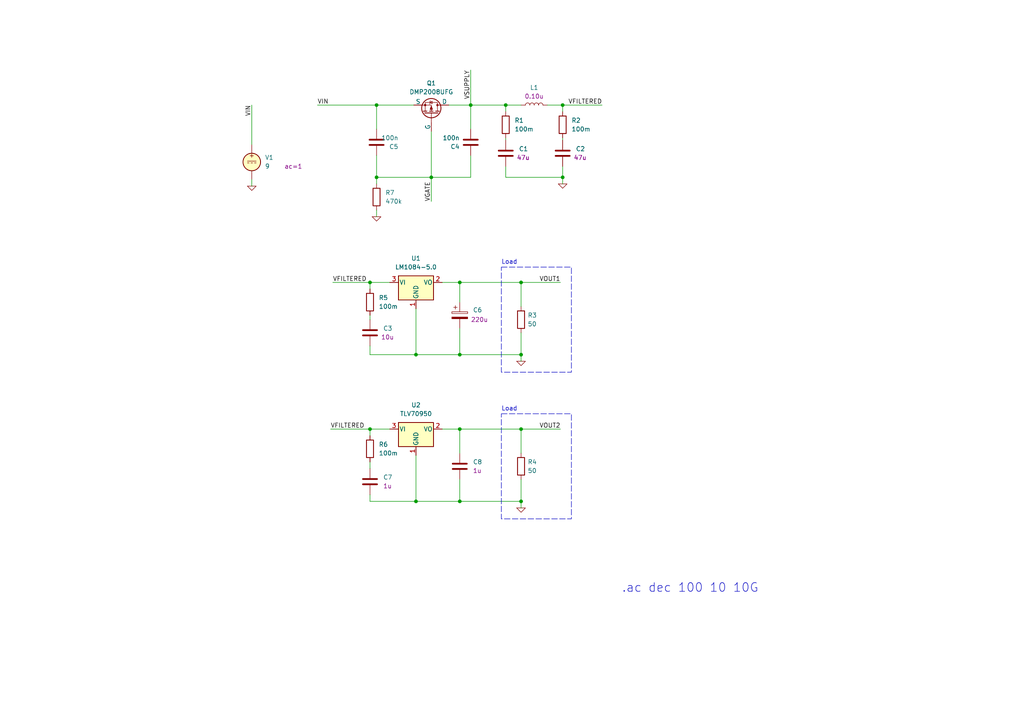
<source format=kicad_sch>
(kicad_sch (version 20230121) (generator eeschema)
  (paper "A4")
  (lib_symbols
    (symbol "Device:C" (pin_numbers hide) (pin_names (offset 0.254))
      (property "Reference" "C" (at 0.635 2.54 0))
      (property "Value" "C" (at 0.635 -2.54 0))
      (symbol "C_0_1"
        (polyline (pts (xy -2.032 -0.762) (xy 2.032 -0.762)) (stroke (width 0.508)))
        (polyline (pts (xy -2.032 0.762) (xy 2.032 0.762)) (stroke (width 0.508)))
      )
      (symbol "C_1_1"
        (pin passive line (at 0 3.81 270) (length 2.794) (name "~") (number "1"))
        (pin passive line (at 0 -3.81 90) (length 2.794) (name "~") (number "2"))
      )
    )
    (symbol "Device:C_Polarized" (pin_numbers hide) (pin_names (offset 0.254))
      (property "Reference" "C" (at 0.635 2.54 0))
      (property "Value" "C_Polarized" (at 0.635 -2.54 0))
      (symbol "C_Polarized_0_1"
        (rectangle (start -2.286 0.508) (end 2.286 1.016))
        (polyline (pts (xy -1.778 2.286) (xy -0.762 2.286)))
        (polyline (pts (xy -1.27 2.794) (xy -1.27 1.778)))
        (rectangle (start 2.286 -0.508) (end -2.286 -1.016) (fill (type outline)))
      )
      (symbol "C_Polarized_1_1"
        (pin passive line (at 0 3.81 270) (length 2.794) (name "~") (number "1"))
        (pin passive line (at 0 -3.81 90) (length 2.794) (name "~") (number "2"))
      )
    )
    (symbol "Device:L" (pin_numbers hide) (pin_names (offset 1.016) hide)
      (property "Reference" "L" (at -1.27 0 90))
      (property "Value" "L" (at 1.905 0 90))
      (symbol "L_0_1"
        (arc (start 0 -2.54) (mid 0.6323 -1.905) (end 0 -1.27))
        (arc (start 0 -1.27) (mid 0.6323 -0.635) (end 0 0))
        (arc (start 0 0) (mid 0.6323 0.635) (end 0 1.27))
        (arc (start 0 1.27) (mid 0.6323 1.905) (end 0 2.54))
      )
      (symbol "L_1_1"
        (pin passive line (at 0 3.81 270) (length 1.27) (name "1") (number "1"))
        (pin passive line (at 0 -3.81 90) (length 1.27) (name "2") (number "2"))
      )
    )
    (symbol "Device:R" (pin_numbers hide) (pin_names (offset 0))
      (property "Reference" "R" (at 2.032 0 90))
      (property "Value" "R" (at 0 0 90))
      (symbol "R_0_1"
        (rectangle (start -1.016 -2.54) (end 1.016 2.54) (stroke (width 0.254)))
      )
      (symbol "R_1_1"
        (pin passive line (at 0 3.81 270) (length 1.27) (name "~") (number "1"))
        (pin passive line (at 0 -3.81 90) (length 1.27) (name "~") (number "2"))
      )
    )
    (symbol "Regulator_Linear:LM1084-5.0" (pin_names (offset 0.254))
      (property "Reference" "U" (at -3.81 3.175 0))
      (property "Value" "LM1084-5.0" (at 0 3.175 0))
      (symbol "LM1084-5.0_0_1"
        (rectangle (start -5.08 1.905) (end 5.08 -5.08) (stroke (width 0.254)) (fill (type background)))
      )
      (symbol "LM1084-5.0_1_1"
        (pin power_in line (at 0 -7.62 90) (length 2.54) (name "GND") (number "1"))
        (pin power_out line (at 7.62 0 180) (length 2.54) (name "VO") (number "2"))
        (pin power_in line (at -7.62 0 0) (length 2.54) (name "VI") (number "3"))
      )
    )
    (symbol "Simulation_SPICE:0" (power) (pin_names (offset 0))
      (property "Value" "0" (at 0 -1.778 0))
      (symbol "0_0_1"
        (polyline (pts (xy -1.27 0) (xy 0 -1.27) (xy 1.27 0) (xy -1.27 0)))
      )
      (symbol "0_1_1"
        (pin power_in line (at 0 0 0) (length 0) hide (name "0") (number "1"))
      )
    )
    (symbol "Simulation_SPICE:PMOS" (pin_numbers hide) (pin_names (offset 0))
      (property "Reference" "Q" (at 5.08 1.27 0))
      (property "Value" "PMOS" (at 5.08 -1.27 0))
      (symbol "PMOS_0_1"
        (polyline (pts (xy 0.254 0) (xy -2.54 0)))
        (polyline (pts (xy 0.254 1.905) (xy 0.254 -1.905)) (stroke (width 0.254)))
        (polyline (pts (xy 0.762 -1.27) (xy 0.762 -2.286)) (stroke (width 0.254)))
        (polyline (pts (xy 0.762 0.508) (xy 0.762 -0.508)) (stroke (width 0.254)))
        (polyline (pts (xy 0.762 2.286) (xy 0.762 1.27)) (stroke (width 0.254)))
        (polyline (pts (xy 2.54 2.54) (xy 2.54 1.778)))
        (polyline (pts (xy 2.54 -2.54) (xy 2.54 0) (xy 0.762 0)))
        (polyline (pts (xy 0.762 1.778) (xy 3.302 1.778) (xy 3.302 -1.778) (xy 0.762 -1.778)))
        (polyline (pts (xy 2.286 0) (xy 1.27 0.381) (xy 1.27 -0.381) (xy 2.286 0)) (fill (type outline)))
        (polyline (pts (xy 2.794 -0.508) (xy 2.921 -0.381) (xy 3.683 -0.381) (xy 3.81 -0.254)))
        (polyline (pts (xy 3.302 -0.381) (xy 2.921 0.254) (xy 3.683 0.254) (xy 3.302 -0.381)))
        (circle (center 1.651 0) (radius 2.794) (stroke (width 0.254)))
        (circle (center 2.54 -1.778) (radius 0.254) (fill (type outline)))
        (circle (center 2.54 1.778) (radius 0.254) (fill (type outline)))
      )
      (symbol "PMOS_1_1"
        (pin passive line (at 2.54 5.08 270) (length 2.54) (name "D") (number "1"))
        (pin input line (at -5.08 0 0) (length 2.54) (name "G") (number "2"))
        (pin passive line (at 2.54 -5.08 90) (length 2.54) (name "S") (number "3"))
      )
    )
    (symbol "Simulation_SPICE:VDC" (pin_numbers hide) (pin_names (offset 0.0254))
      (property "Reference" "V" (at 2.54 2.54 0))
      (property "Value" "1" (at 2.54 0 0))
      (symbol "VDC_0_0"
        (polyline (pts (xy -1.27 0.254) (xy 1.27 0.254)))
        (polyline (pts (xy -0.762 -0.254) (xy -1.27 -0.254)))
        (polyline (pts (xy 0.254 -0.254) (xy -0.254 -0.254)))
        (polyline (pts (xy 1.27 -0.254) (xy 0.762 -0.254)))
        (text "+" (at 0 1.905 0) (effects (font (size 1.27 1.27))))
      )
      (symbol "VDC_0_1"
        (circle (center 0 0) (radius 2.54) (stroke (width 0.254)) (fill (type background)))
      )
      (symbol "VDC_1_1"
        (pin passive line (at 0 5.08 270) (length 2.54) (name "~") (number "1"))
        (pin passive line (at 0 -5.08 90) (length 2.54) (name "~") (number "2"))
      )
    )
  )
  (junction (at 163.195 30.48))
  (junction (at 109.22 30.48))
  (junction (at 107.315 81.915))
  (junction (at 151.13 124.46))
  (junction (at 136.525 30.48))
  (junction (at 125.095 51.435))
  (junction (at 133.35 81.915))
  (junction (at 109.22 51.435))
  (junction (at 133.35 124.46))
  (junction (at 146.685 30.48))
  (junction (at 120.65 102.87))
  (junction (at 133.35 102.87))
  (junction (at 120.65 145.415))
  (junction (at 151.13 102.87))
  (junction (at 151.13 145.415))
  (junction (at 107.315 124.46))
  (junction (at 163.195 51.435))
  (junction (at 133.35 145.415))
  (junction (at 151.13 81.915))
  (wire (pts (xy 109.22 60.96) (xy 109.22 62.865)))
  (wire (pts (xy 120.65 132.08) (xy 120.65 145.415)))
  (wire (pts (xy 146.685 51.435) (xy 163.195 51.435)))
  (wire (pts (xy 136.525 20.32) (xy 136.525 30.48)))
  (wire (pts (xy 95.885 124.46) (xy 107.315 124.46)))
  (wire (pts (xy 146.685 30.48) (xy 151.13 30.48)))
  (wire (pts (xy 120.65 145.415) (xy 133.35 145.415)))
  (wire (pts (xy 107.315 124.46) (xy 113.03 124.46)))
  (wire (pts (xy 133.35 124.46) (xy 151.13 124.46)))
  (wire (pts (xy 107.315 133.985) (xy 107.315 135.89)))
  (wire (pts (xy 151.13 81.915) (xy 151.13 88.9)))
  (wire (pts (xy 125.095 51.435) (xy 136.525 51.435)))
  (wire (pts (xy 73.025 30.48) (xy 73.025 41.91)))
  (wire (pts (xy 133.35 81.915) (xy 151.13 81.915)))
  (wire (pts (xy 120.65 102.87) (xy 133.35 102.87)))
  (wire (pts (xy 133.35 124.46) (xy 128.27 124.46)))
  (wire (pts (xy 125.095 38.1) (xy 125.095 51.435)))
  (wire (pts (xy 107.315 81.915) (xy 107.315 83.82)))
  (wire (pts (xy 151.13 124.46) (xy 162.56 124.46)))
  (wire (pts (xy 151.13 96.52) (xy 151.13 102.87)))
  (wire (pts (xy 92.075 30.48) (xy 109.22 30.48)))
  (wire (pts (xy 107.315 100.33) (xy 107.315 102.87)))
  (wire (pts (xy 133.35 81.915) (xy 128.27 81.915)))
  (wire (pts (xy 163.195 51.435) (xy 163.195 53.34)))
  (wire (pts (xy 151.13 139.065) (xy 151.13 145.415)))
  (wire (pts (xy 107.315 124.46) (xy 107.315 126.365)))
  (wire (pts (xy 136.525 30.48) (xy 146.685 30.48)))
  (wire (pts (xy 107.315 81.915) (xy 113.03 81.915)))
  (wire (pts (xy 133.35 87.63) (xy 133.35 81.915)))
  (wire (pts (xy 133.35 102.87) (xy 151.13 102.87)))
  (wire (pts (xy 163.195 40.005) (xy 163.195 40.64)))
  (wire (pts (xy 151.13 102.87) (xy 151.13 104.775)))
  (wire (pts (xy 125.095 51.435) (xy 109.22 51.435)))
  (wire (pts (xy 107.315 145.415) (xy 120.65 145.415)))
  (wire (pts (xy 107.315 91.44) (xy 107.315 92.71)))
  (wire (pts (xy 146.685 30.48) (xy 146.685 32.385)))
  (wire (pts (xy 133.35 124.46) (xy 133.35 131.445)))
  (wire (pts (xy 136.525 45.085) (xy 136.525 51.435)))
  (wire (pts (xy 163.195 30.48) (xy 174.625 30.48)))
  (wire (pts (xy 151.13 145.415) (xy 151.13 147.32)))
  (wire (pts (xy 133.35 145.415) (xy 151.13 145.415)))
  (wire (pts (xy 146.685 51.435) (xy 146.685 48.26)))
  (wire (pts (xy 109.22 45.085) (xy 109.22 51.435)))
  (wire (pts (xy 151.13 124.46) (xy 151.13 131.445)))
  (wire (pts (xy 136.525 30.48) (xy 136.525 37.465)))
  (wire (pts (xy 133.35 95.25) (xy 133.35 102.87)))
  (wire (pts (xy 107.315 102.87) (xy 120.65 102.87)))
  (wire (pts (xy 107.315 143.51) (xy 107.315 145.415)))
  (wire (pts (xy 163.195 51.435) (xy 163.195 48.26)))
  (wire (pts (xy 96.52 81.915) (xy 107.315 81.915)))
  (wire (pts (xy 109.22 53.34) (xy 109.22 51.435)))
  (wire (pts (xy 146.685 40.005) (xy 146.685 40.64)))
  (wire (pts (xy 120.65 89.535) (xy 120.65 102.87)))
  (wire (pts (xy 73.025 52.07) (xy 73.025 53.975)))
  (wire (pts (xy 109.22 30.48) (xy 109.22 37.465)))
  (wire (pts (xy 133.35 139.065) (xy 133.35 145.415)))
  (wire (pts (xy 151.13 81.915) (xy 162.56 81.915)))
  (wire (pts (xy 130.175 30.48) (xy 136.525 30.48)))
  (wire (pts (xy 163.195 30.48) (xy 163.195 32.385)))
  (wire (pts (xy 158.75 30.48) (xy 163.195 30.48)))
  (wire (pts (xy 125.095 58.42) (xy 125.095 51.435)))
  (wire (pts (xy 109.22 30.48) (xy 120.015 30.48)))
  (rectangle (start 145.415 77.47) (end 165.735 107.95) (stroke (width 0) (type dash)))
  (rectangle (start 145.415 120.015) (end 165.735 150.495) (stroke (width 0) (type dash)))
  (text "Load" (at 145.415 119.38 0) (effects (font (size 1.27 1.27)) (justify left bottom)))
  (text "Load" (at 145.415 76.835 0) (effects (font (size 1.27 1.27)) (justify left bottom)))
  (text ".ac dec 100 10 10G" (at 180.34 172.085 0) (effects (font (size 2.54 2.54)) (justify left bottom)))
  (label "VOUT1" (at 162.56 81.915 180))
  (label "VFILTERED" (at 96.52 81.915 0))
  (label "VOUT2" (at 162.56 124.46 180))
  (label "VGATE" (at 125.095 58.42 90))
  (label "VFILTERED" (at 174.625 30.48 180))
  (label "VIN" (at 73.025 30.48 270))
  (label "VSUPPLY" (at 136.525 20.32 270))
  (label "VIN" (at 92.075 30.48 0))
  (label "VFILTERED" (at 95.885 124.46 0))
  (symbol (lib_id "Device:R") (at 151.13 135.255 0) (unit 1)
    (property "Reference" "R4" (at 153.035 133.985 0) (effects (justify left)))
    (property "Value" "50" (at 153.035 136.525 0) (effects (justify left)))
  )
  (symbol (lib_id "Device:R") (at 109.22 57.15 180) (unit 1)
    (property "Reference" "R7" (at 111.76 55.88 0) (effects (justify right)))
    (property "Value" "470k" (at 111.76 58.42 0) (effects (justify right)))
  )
  (symbol (lib_id "Simulation_SPICE:0") (at 151.13 104.775 0) (unit 1)
    (property "Reference" "#GND01" (effects hide))
    (property "Value" "0" (effects hide))
  )
  (symbol (lib_id "Device:C") (at 109.22 41.275 180) (unit 1)
    (property "Reference" "C5" (at 115.57 42.545 0) (effects (justify left)))
    (property "Value" "100n" (at 115.57 40.005 0) (effects (justify left)))
  )
  (symbol (lib_id "Device:C") (at 133.35 135.255 0) (unit 1)
    (property "Reference" "C8" (at 137.16 133.985 0) (effects (justify left)))
    (property "Value" "${SIM.PARAMS}" (effects hide))
    (property "Datasheet" "1u" (at 138.43 136.525 0))
    (property "Sim.Device" "SUBCKT" (effects hide))
    (property "Sim.Pins" "1=port1 2=port2" (effects hide))
    (property "Sim.Library" "SPICEModels/MURATA_1uF.lib" (effects hide))
    (property "Sim.Name" "GRM219R7YA105KA12_DC0V_25degC" (effects hide))
  )
  (symbol (lib_id "Simulation_SPICE:PMOS") (at 125.095 33.02 270) (mirror x) (unit 1)
    (property "Reference" "Q1" (at 125.095 24.13 90))
    (property "Value" "DMP2008UFG" (at 125.095 26.67 90))
    (property "Datasheet" "https://ngspice.sourceforge.io/docs/ngspice-manual.pdf" (effects hide))
    (property "Sim.Device" "SUBCKT" (effects hide))
    (property "Sim.Pins" "1=10 2=20 3=30" (effects hide))
    (property "Sim.Library" "SPICEModels/DMP2008UFG.lib" (effects hide))
    (property "Sim.Name" "DMP2008UFG" (effects hide))
  )
  (symbol (lib_id "Device:C") (at 146.685 44.45 0) (unit 1)
    (property "Reference" "C1" (at 150.495 43.18 0) (effects (justify left)))
    (property "Value" "${SIM.PARAMS}" (effects hide))
    (property "Datasheet" "47u" (at 151.765 45.72 0))
    (property "Sim.Device" "SUBCKT" (effects hide))
    (property "Sim.Pins" "1=port1 2=port2" (effects hide))
    (property "Sim.Library" "SPICEModels/MURATA_47uF.lib" (effects hide))
    (property "Sim.Name" "GRM32ER61C476ME15_DC0V_25degC" (effects hide))
  )
  (symbol (lib_id "Device:C_Polarized") (at 133.35 91.44 0) (unit 1)
    (property "Reference" "C6" (at 137.16 89.916 0) (effects (justify left)))
    (property "Value" "${SIM.PARAMS}" (effects hide))
    (property "Datasheet" "220u" (at 139.065 92.71 0))
    (property "Sim.Device" "SUBCKT" (effects hide))
    (property "Sim.Pins" "1=1 2=2" (effects hide))
    (property "Sim.Library" "SPICEModels/PANASONIC_220uF.lib" (effects hide))
    (property "Sim.Name" "EEETC1V221P" (effects hide))
  )
  (symbol (lib_id "Device:C") (at 163.195 44.45 0) (unit 1)
    (property "Reference" "C2" (at 167.005 43.18 0) (effects (justify left)))
    (property "Value" "${SIM.PARAMS}" (effects hide))
    (property "Datasheet" "47u" (at 168.275 45.72 0))
    (property "Sim.Device" "SUBCKT" (effects hide))
    (property "Sim.Pins" "1=port1 2=port2" (effects hide))
    (property "Sim.Library" "SPICEModels/MURATA_47uF.lib" (effects hide))
    (property "Sim.Name" "GRM32ER61C476ME15_DC0V_25degC" (effects hide))
  )
  (symbol (lib_id "Regulator_Linear:LM1084-5.0") (at 120.65 124.46 0) (unit 1)
    (property "Reference" "U2" (at 120.65 117.475 0))
    (property "Value" "TLV70950" (at 120.65 120.015 0))
    (property "Datasheet" "http://www.ti.com/lit/ds/symlink/lm1084.pdf" (effects hide))
    (property "Sim.Library" "SPICEModels/TLV70950.lib" (effects hide))
    (property "Sim.Name" "TLV70950_TRANS" (effects hide))
    (property "Sim.Device" "SUBCKT" (effects hide))
    (property "Sim.Pins" "1=GND 2=OUT 3=IN" (effects hide))
  )
  (symbol (lib_id "Device:R") (at 146.685 36.195 0) (unit 1)
    (property "Reference" "R1" (at 149.225 34.925 0) (effects (justify left)))
    (property "Value" "100m" (at 149.225 37.465 0) (effects (justify left)))
  )
  (symbol (lib_id "Regulator_Linear:LM1084-5.0") (at 120.65 81.915 0) (unit 1)
    (property "Reference" "U1" (at 120.65 74.93 0))
    (property "Value" "LM1084-5.0" (at 120.65 77.47 0))
    (property "Datasheet" "http://www.ti.com/lit/ds/symlink/lm1084.pdf" (effects hide))
    (property "Sim.Library" "SPICEModels/LM1084_5P0.lib" (effects hide))
    (property "Sim.Name" "LM1084_5P0_TRANS" (effects hide))
    (property "Sim.Device" "SUBCKT" (effects hide))
    (property "Sim.Pins" "1=GND 2=OUT1 2=OUT2 3=IN" (effects hide))
  )
  (symbol (lib_id "Device:R") (at 151.13 92.71 0) (unit 1)
    (property "Reference" "R3" (at 153.035 91.44 0) (effects (justify left)))
    (property "Value" "50" (at 153.035 93.98 0) (effects (justify left)))
  )
  (symbol (lib_id "Simulation_SPICE:0") (at 73.025 53.975 0) (unit 1)
    (property "Reference" "#GND02" (effects hide))
    (property "Value" "0" (effects hide))
  )
  (symbol (lib_id "Simulation_SPICE:VDC") (at 73.025 46.99 0) (unit 1)
    (property "Reference" "V1" (at 76.835 45.6842 0) (effects (justify left)))
    (property "Value" "9" (at 76.835 48.2242 0) (effects (justify left)))
    (property "Sim.Pins" "1=+ 2=-" (effects hide))
    (property "Sim.Type" "DC" (effects hide))
    (property "Sim.Device" "V" (effects hide))
    (property "Sim.Params" "ac=1" (at 85.09 48.26 0))
  )
  (symbol (lib_id "Simulation_SPICE:0") (at 163.195 53.34 0) (unit 1)
    (property "Reference" "#GND06" (effects hide))
    (property "Value" "0" (effects hide))
  )
  (symbol (lib_id "Device:L") (at 154.94 30.48 90) (unit 1)
    (property "Reference" "L1" (at 154.94 25.4 90))
    (property "Value" "${SIM.PARAMS}" (effects hide))
    (property "Datasheet" "0.10u" (at 154.94 27.94 90))
    (property "Sim.Device" "SUBCKT" (effects hide))
    (property "Sim.Pins" "1=1 2=2" (effects hide))
    (property "Sim.Library" "SPICEModels/0412CDMCCDS-100n.lib" (effects hide))
    (property "Sim.Name" "0412CDMCCDS_R10MC" (effects hide))
  )
  (symbol (lib_id "Device:C") (at 107.315 139.7 0) (unit 1)
    (property "Reference" "C7" (at 111.125 138.43 0) (effects (justify left)))
    (property "Value" "${SIM.PARAMS}" (effects hide))
    (property "Datasheet" "1u" (at 112.395 140.97 0))
    (property "Sim.Device" "SUBCKT" (effects hide))
    (property "Sim.Pins" "1=port1 2=port2" (effects hide))
    (property "Sim.Library" "SPICEModels/MURATA_1uF.lib" (effects hide))
    (property "Sim.Name" "GRM219R7YA105KA12_DC0V_25degC" (effects hide))
  )
  (symbol (lib_id "Device:R") (at 163.195 36.195 0) (unit 1)
    (property "Reference" "R2" (at 165.735 34.925 0) (effects (justify left)))
    (property "Value" "100m" (at 165.735 37.465 0) (effects (justify left)))
  )
  (symbol (lib_id "Device:C") (at 107.315 96.52 0) (unit 1)
    (property "Reference" "C3" (at 111.125 95.25 0) (effects (justify left)))
    (property "Value" "${SIM.PARAMS}" (effects hide))
    (property "Datasheet" "10u" (at 112.395 97.79 0))
    (property "Sim.Device" "SUBCKT" (effects hide))
    (property "Sim.Pins" "1=port1 2=port2" (effects hide))
    (property "Sim.Library" "SPICEModels/MURATA_10uF.lib" (effects hide))
    (property "Sim.Name" "GRM31CR71E106KA12_DC0V_25degC" (effects hide))
  )
  (symbol (lib_id "Device:R") (at 107.315 130.175 0) (unit 1)
    (property "Reference" "R6" (at 109.855 128.905 0) (effects (justify left)))
    (property "Value" "100m" (at 109.855 131.445 0) (effects (justify left)))
  )
  (symbol (lib_id "Simulation_SPICE:0") (at 151.13 147.32 0) (unit 1)
    (property "Reference" "#GND05" (effects hide))
    (property "Value" "0" (effects hide))
  )
  (symbol (lib_id "Device:R") (at 107.315 87.63 0) (unit 1)
    (property "Reference" "R5" (at 109.855 86.36 0) (effects (justify left)))
    (property "Value" "100m" (at 109.855 88.9 0) (effects (justify left)))
  )
  (symbol (lib_id "Simulation_SPICE:0") (at 109.22 62.865 0) (unit 1)
    (property "Reference" "#GND04" (effects hide))
    (property "Value" "0" (effects hide))
  )
  (symbol (lib_id "Device:C") (at 136.525 41.275 180) (unit 1)
    (property "Reference" "C4" (at 133.35 42.545 0) (effects (justify left)))
    (property "Value" "100n" (at 133.35 40.005 0) (effects (justify left)))
  )
)
</source>
